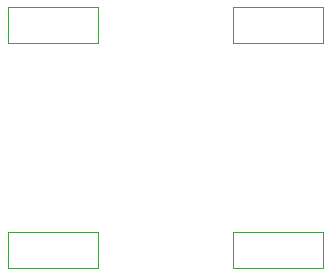
<source format=gbr>
G04 #@! TF.GenerationSoftware,KiCad,Pcbnew,(5.0.1-3-g963ef8bb5)*
G04 #@! TF.CreationDate,2018-12-19T18:05:48-08:00*
G04 #@! TF.ProjectId,snacky44,736E61636B7934342E6B696361645F70,rev?*
G04 #@! TF.SameCoordinates,Original*
G04 #@! TF.FileFunction,Other,User*
%FSLAX46Y46*%
G04 Gerber Fmt 4.6, Leading zero omitted, Abs format (unit mm)*
G04 Created by KiCad (PCBNEW (5.0.1-3-g963ef8bb5)) date Wednesday, December 19, 2018 at 06:05:48 PM*
%MOMM*%
%LPD*%
G01*
G04 APERTURE LIST*
%ADD10C,0.050000*%
G04 APERTURE END LIST*
D10*
G04 #@! TO.C,D1*
X140990000Y-139420000D02*
X140990000Y-142520000D01*
X140990000Y-142520000D02*
X148570000Y-142520000D01*
X148570000Y-142520000D02*
X148570000Y-139420000D01*
X148570000Y-139420000D02*
X140990000Y-139420000D01*
G04 #@! TO.C,D2*
X160040000Y-139420000D02*
X160040000Y-142520000D01*
X160040000Y-142520000D02*
X167620000Y-142520000D01*
X167620000Y-142520000D02*
X167620000Y-139420000D01*
X167620000Y-139420000D02*
X160040000Y-139420000D01*
G04 #@! TO.C,D3*
X167620000Y-158470000D02*
X160040000Y-158470000D01*
X167620000Y-161570000D02*
X167620000Y-158470000D01*
X160040000Y-161570000D02*
X167620000Y-161570000D01*
X160040000Y-158470000D02*
X160040000Y-161570000D01*
G04 #@! TO.C,D4*
X148570000Y-158470000D02*
X140990000Y-158470000D01*
X148570000Y-161570000D02*
X148570000Y-158470000D01*
X140990000Y-161570000D02*
X148570000Y-161570000D01*
X140990000Y-158470000D02*
X140990000Y-161570000D01*
G04 #@! TD*
M02*

</source>
